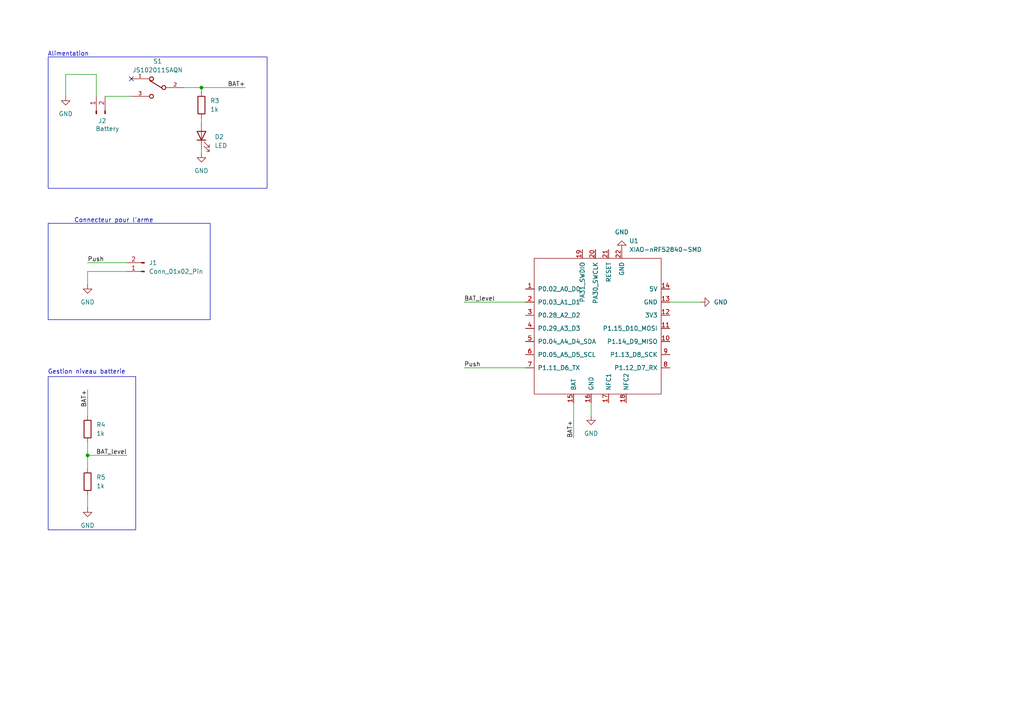
<source format=kicad_sch>
(kicad_sch (version 20250114) (generator "eeschema") (generator_version "9.0")
  (paper "A4")
  (lib_symbols
    (symbol "Connector:Conn_01x02_Pin" (pin_names (offset 1.016) (hide yes))
      (property "Reference" "J" (at 0 2.54 0))
      (property "Value" "Conn_01x02_Pin" (at 0 -5.08 0))
      (symbol "Conn_01x02_Pin_1_1"
        (rectangle (start 0.8636 0.127) (end 0 -0.127) (stroke (width 0.1524)) (fill (type outline)))
        (rectangle (start 0.8636 -2.413) (end 0 -2.667) (stroke (width 0.1524)) (fill (type outline)))
        (polyline (pts (xy 1.27 0) (xy 0.8636 0)) (stroke (width 0.1524)))
        (polyline (pts (xy 1.27 -2.54) (xy 0.8636 -2.54)) (stroke (width 0.1524)))
        (pin passive line (at 5.08 0 180) (length 3.81) (name "Pin_1") (number "1"))
        (pin passive line (at 5.08 -2.54 180) (length 3.81) (name "Pin_2") (number "2"))
      )
    )
    (symbol "Device:LED" (pin_numbers (hide yes)) (pin_names (offset 1.016) (hide yes))
      (property "Reference" "D" (at 0 2.54 0))
      (property "Value" "LED" (at 0 -2.54 0))
      (symbol "LED_0_1"
        (polyline (pts (xy -3.048 -0.762) (xy -4.572 -2.286) (xy -3.81 -2.286) (xy -4.572 -2.286) (xy -4.572 -1.524)))
        (polyline (pts (xy -1.778 -0.762) (xy -3.302 -2.286) (xy -2.54 -2.286) (xy -3.302 -2.286) (xy -3.302 -1.524)))
        (polyline (pts (xy -1.27 0) (xy 1.27 0)))
        (polyline (pts (xy -1.27 -1.27) (xy -1.27 1.27)) (stroke (width 0.254)))
        (polyline (pts (xy 1.27 -1.27) (xy 1.27 1.27) (xy -1.27 0) (xy 1.27 -1.27)) (stroke (width 0.254)))
      )
      (symbol "LED_1_1"
        (pin passive line (at -3.81 0 0) (length 2.54) (name "K") (number "1"))
        (pin passive line (at 3.81 0 180) (length 2.54) (name "A") (number "2"))
      )
    )
    (symbol "Device:R" (pin_numbers (hide yes)) (pin_names (offset 0))
      (property "Reference" "R" (at 2.032 0 90))
      (property "Value" "R" (at 0 0 90))
      (symbol "R_0_1"
        (rectangle (start -1.016 -2.54) (end 1.016 2.54) (stroke (width 0.254)))
      )
      (symbol "R_1_1"
        (pin passive line (at 0 3.81 270) (length 1.27) (name "~") (number "1"))
        (pin passive line (at 0 -3.81 90) (length 1.27) (name "~") (number "2"))
      )
    )
    (symbol "JS102011SAQN:JS102011SAQN" (pin_names (offset 1.016))
      (property "Reference" "S" (at -7.6229 5.0819 0))
      (property "Value" "JS102011SAQN" (at -7.6286 -5.0857 0))
      (symbol "JS102011SAQN_0_0"
        (circle (center -1.778 2.54) (radius 0.568) (stroke (width 0.254)))
        (circle (center -1.778 -2.54) (radius 0.568) (stroke (width 0.254)))
        (polyline (pts (xy 1.016 0) (xy -2.286 2.032)) (stroke (width 0.254)))
        (circle (center 1.778 0) (radius 0.568) (stroke (width 0.254)))
        (pin passive line (at -7.62 2.54 0) (length 5.08) (name "~") (number "1"))
        (pin passive line (at -7.62 -2.54 0) (length 5.08) (name "~") (number "3"))
        (pin passive line (at 7.62 0 180) (length 5.08) (name "~") (number "2"))
      )
    )
    (symbol "Seeed_Studio_XIAO_Series:XIAO-nRF52840-SMD" (pin_names (offset 1.016))
      (property "Reference" "U" (at -18.542 23.114 0))
      (property "Value" "XIAO-nRF52840-SMD" (at -8.636 21.336 0))
      (symbol "XIAO-nRF52840-SMD_0_1"
        (rectangle (start -19.05 20.32) (end 17.78 -19.05))
      )
      (symbol "XIAO-nRF52840-SMD_1_1"
        (pin passive line (at -21.59 11.43 0) (length 2.54) (name "P0.02_A0_D0") (number "1"))
        (pin passive line (at -21.59 7.62 0) (length 2.54) (name "P0.03_A1_D1") (number "2"))
        (pin passive line (at -21.59 3.81 0) (length 2.54) (name "P0.28_A2_D2") (number "3"))
        (pin passive line (at -21.59 0 0) (length 2.54) (name "P0.29_A3_D3") (number "4"))
        (pin passive line (at -21.59 -3.81 0) (length 2.54) (name "P0.04_A4_D4_SDA") (number "5"))
        (pin passive line (at -21.59 -7.62 0) (length 2.54) (name "P0.05_A5_D5_SCL") (number "6"))
        (pin passive line (at -21.59 -11.43 0) (length 2.54) (name "P1.11_D6_TX") (number "7"))
        (pin passive line (at -7.62 -21.59 90) (length 2.54) (name "BAT") (number "15"))
        (pin passive line (at -5.08 22.86 270) (length 2.54) (name "PA31_SWDIO") (number "19"))
        (pin passive line (at -2.54 -21.59 90) (length 2.54) (name "GND") (number "16"))
        (pin passive line (at -1.27 22.86 270) (length 2.54) (name "PA30_SWCLK") (number "20"))
        (pin passive line (at 2.54 22.86 270) (length 2.54) (name "RESET") (number "21"))
        (pin passive line (at 2.54 -21.59 90) (length 2.54) (name "NFC1") (number "17"))
        (pin passive line (at 6.35 22.86 270) (length 2.54) (name "GND") (number "22"))
        (pin passive line (at 7.62 -21.59 90) (length 2.54) (name "NFC2") (number "18"))
        (pin passive line (at 20.32 11.43 180) (length 2.54) (name "5V") (number "14"))
        (pin passive line (at 20.32 7.62 180) (length 2.54) (name "GND") (number "13"))
        (pin passive line (at 20.32 3.81 180) (length 2.54) (name "3V3") (number "12"))
        (pin passive line (at 20.32 0 180) (length 2.54) (name "P1.15_D10_MOSI") (number "11"))
        (pin passive line (at 20.32 -3.81 180) (length 2.54) (name "P1.14_D9_MISO") (number "10"))
        (pin passive line (at 20.32 -7.62 180) (length 2.54) (name "P1.13_D8_SCK") (number "9"))
        (pin passive line (at 20.32 -11.43 180) (length 2.54) (name "P1.12_D7_RX") (number "8"))
      )
    )
    (symbol "power:GND" (power) (pin_numbers (hide yes)) (pin_names (offset 0) (hide yes))
      (property "Value" "GND" (at 0 -3.81 0))
      (symbol "GND_0_1"
        (polyline (pts (xy 0 0) (xy 0 -1.27) (xy 1.27 -1.27) (xy 0 -2.54) (xy -1.27 -1.27) (xy 0 -1.27)))
      )
      (symbol "GND_1_1"
        (pin power_in line (at 0 0 270) (length 0) (name "~") (number "1"))
      )
    )
  )
  (rectangle (start 13.97 64.77) (end 60.96 92.71))
  (rectangle (start 13.97 16.51) (end 77.47 54.61))
  (rectangle (start 13.97 109.22) (end 39.37 153.67))
  (text "Connecteur pour l'arme" (at 33.02 64.008 0) (effects (font (size 1.27 1.27))))
  (text "Alimentation\n" (at 19.812 15.748 0) (effects (font (size 1.27 1.27))))
  (text "Gestion niveau batterie" (at 25.146 107.95 0) (effects (font (size 1.27 1.27))))
  (junction (at 25.4 132.08))
  (junction (at 58.42 25.4))
  (no_connect (at 38.1 22.86))
  (wire (pts (xy 134.62 106.68) (xy 152.4 106.68)))
  (wire (pts (xy 19.05 21.59) (xy 19.05 27.94)))
  (wire (pts (xy 171.45 116.84) (xy 171.45 120.65)))
  (wire (pts (xy 25.4 143.51) (xy 25.4 147.32)))
  (wire (pts (xy 27.94 27.94) (xy 27.94 21.59)))
  (wire (pts (xy 25.4 128.27) (xy 25.4 132.08)))
  (wire (pts (xy 58.42 26.67) (xy 58.42 25.4)))
  (wire (pts (xy 30.48 27.94) (xy 38.1 27.94)))
  (wire (pts (xy 25.4 132.08) (xy 36.83 132.08)))
  (wire (pts (xy 58.42 25.4) (xy 71.12 25.4)))
  (wire (pts (xy 194.31 87.63) (xy 203.2 87.63)))
  (wire (pts (xy 25.4 78.74) (xy 36.83 78.74)))
  (wire (pts (xy 25.4 132.08) (xy 25.4 135.89)))
  (wire (pts (xy 58.42 43.18) (xy 58.42 44.45)))
  (wire (pts (xy 58.42 34.29) (xy 58.42 35.56)))
  (wire (pts (xy 25.4 113.03) (xy 25.4 120.65)))
  (wire (pts (xy 25.4 76.2) (xy 36.83 76.2)))
  (wire (pts (xy 134.62 87.63) (xy 152.4 87.63)))
  (wire (pts (xy 166.37 116.84) (xy 166.37 127)))
  (wire (pts (xy 25.4 78.74) (xy 25.4 82.55)))
  (wire (pts (xy 53.34 25.4) (xy 58.42 25.4)))
  (wire (pts (xy 27.94 21.59) (xy 19.05 21.59)))
  (label "BAT+" (at 71.12 25.4 180))
  (label "BAT_level" (at 36.83 132.08 180))
  (label "Push" (at 134.62 106.68 0))
  (label "BAT+" (at 166.37 127 90))
  (label "Push" (at 25.4 76.2 0))
  (label "BAT+" (at 25.4 113.03 270))
  (label "BAT_level" (at 134.62 87.63 0))
  (symbol (lib_id "Seeed_Studio_XIAO_Series:XIAO-nRF52840-SMD") (at 173.99 95.25 0) (unit 1)
    (property "Reference" "U1" (at 182.4833 69.85 0) (effects (justify left)))
    (property "Value" "XIAO-nRF52840-SMD" (at 182.4833 72.39 0) (effects (justify left)))
    (property "Footprint" "Seeed Studio XIAO Series Library:XIAO-nRF52840-SMD" (effects (hide yes)))
  )
  (symbol (lib_id "JS102011SAQN:JS102011SAQN") (at 45.72 25.4 0) (unit 1)
    (property "Reference" "S1" (at 45.72 17.78 0))
    (property "Value" "JS102011SAQN" (at 45.72 20.32 0))
    (property "Footprint" "Button_Switch_SMD:SW_SPDT_CK_JS102011SAQN" (effects (hide yes)))
    (property "MANUFACTURER" "C&K" (effects (hide yes)))
  )
  (symbol (lib_id "Connector:Conn_01x02_Pin") (at 41.91 78.74 180) (unit 1)
    (property "Reference" "J1" (at 43.18 76.1999 0) (effects (justify right)))
    (property "Value" "Conn_01x02_Pin" (at 43.18 78.7399 0) (effects (justify right)))
    (property "Footprint" "Connector_JST:JST_XH_B2B-XH-A_1x02_P2.50mm_Vertical" (effects (hide yes)))
    (property "Description" "Generic connector, single row, 01x02, script generated" (effects (hide yes)))
  )
  (symbol (lib_id "power:GND") (at 25.4 82.55 0) (unit 1)
    (property "Reference" "#PWR01" (effects (hide yes)))
    (property "Value" "GND" (at 25.4 87.63 0))
    (property "Description" "Power symbol creates a global label with name \"GND\" , ground" (effects (hide yes)))
  )
  (symbol (lib_id "Device:R") (at 58.42 30.48 0) (unit 1)
    (property "Reference" "R3" (at 60.96 29.2099 0) (effects (justify left)))
    (property "Value" "1k" (at 60.96 31.7499 0) (effects (justify left)))
    (property "Footprint" "Resistor_THT:R_Axial_DIN0204_L3.6mm_D1.6mm_P2.54mm_Vertical" (effects (hide yes)))
    (property "Description" "Resistor" (effects (hide yes)))
  )
  (symbol (lib_id "power:GND") (at 19.05 27.94 0) (unit 1)
    (property "Reference" "#PWR02" (effects (hide yes)))
    (property "Value" "GND" (at 19.05 33.02 0))
    (property "Description" "Power symbol creates a global label with name \"GND\" , ground" (effects (hide yes)))
  )
  (symbol (lib_id "power:GND") (at 58.42 44.45 0) (unit 1)
    (property "Reference" "#PWR03" (effects (hide yes)))
    (property "Value" "GND" (at 58.42 49.53 0))
    (property "Description" "Power symbol creates a global label with name \"GND\" , ground" (effects (hide yes)))
  )
  (symbol (lib_id "power:GND") (at 25.4 147.32 0) (unit 1)
    (property "Reference" "#PWR07" (effects (hide yes)))
    (property "Value" "GND" (at 25.4 152.4 0))
    (property "Description" "Power symbol creates a global label with name \"GND\" , ground" (effects (hide yes)))
  )
  (symbol (lib_id "Device:R") (at 25.4 139.7 0) (unit 1)
    (property "Reference" "R5" (at 27.94 138.4299 0) (effects (justify left)))
    (property "Value" "1k" (at 27.94 140.9699 0) (effects (justify left)))
    (property "Footprint" "Resistor_THT:R_Axial_DIN0204_L3.6mm_D1.6mm_P2.54mm_Vertical" (effects (hide yes)))
    (property "Description" "Resistor" (effects (hide yes)))
  )
  (symbol (lib_id "Device:LED") (at 58.42 39.37 90) (unit 1)
    (property "Reference" "D2" (at 62.23 39.6874 90) (effects (justify right)))
    (property "Value" "LED" (at 62.23 42.2274 90) (effects (justify right)))
    (property "Footprint" "LED_THT:LED_D5.0mm" (effects (hide yes)))
    (property "Description" "Light emitting diode" (effects (hide yes)))
    (property "Sim.Pins" "1=K 2=A" (effects (hide yes)))
  )
  (symbol (lib_id "Connector:Conn_01x02_Pin") (at 27.94 33.02 90) (unit 1)
    (property "Reference" "J2" (at 28.448 35.052 90) (effects (justify right)))
    (property "Value" "Battery" (at 27.686 37.338 90) (effects (justify right)))
    (property "Footprint" "Connector_JST:JST_XH_B2B-XH-A_1x02_P2.50mm_Vertical" (effects (hide yes)))
    (property "Description" "Generic connector, single row, 01x02, script generated" (effects (hide yes)))
  )
  (symbol (lib_id "power:GND") (at 180.34 72.39 180) (unit 1)
    (property "Reference" "#PWR08" (effects (hide yes)))
    (property "Value" "GND" (at 180.34 67.31 0))
    (property "Description" "Power symbol creates a global label with name \"GND\" , ground" (effects (hide yes)))
  )
  (symbol (lib_id "power:GND") (at 171.45 120.65 0) (unit 1)
    (property "Reference" "#PWR06" (effects (hide yes)))
    (property "Value" "GND" (at 171.45 125.73 0))
    (property "Description" "Power symbol creates a global label with name \"GND\" , ground" (effects (hide yes)))
  )
  (symbol (lib_id "power:GND") (at 203.2 87.63 90) (unit 1)
    (property "Reference" "#PWR04" (effects (hide yes)))
    (property "Value" "GND" (at 207.01 87.6299 90) (effects (justify right)))
    (property "Description" "Power symbol creates a global label with name \"GND\" , ground" (effects (hide yes)))
  )
  (symbol (lib_id "Device:R") (at 25.4 124.46 0) (unit 1)
    (property "Reference" "R4" (at 27.94 123.1899 0) (effects (justify left)))
    (property "Value" "1k" (at 27.94 125.7299 0) (effects (justify left)))
    (property "Footprint" "Resistor_THT:R_Axial_DIN0204_L3.6mm_D1.6mm_P2.54mm_Vertical" (effects (hide yes)))
    (property "Description" "Resistor" (effects (hide yes)))
  )
)
</source>
